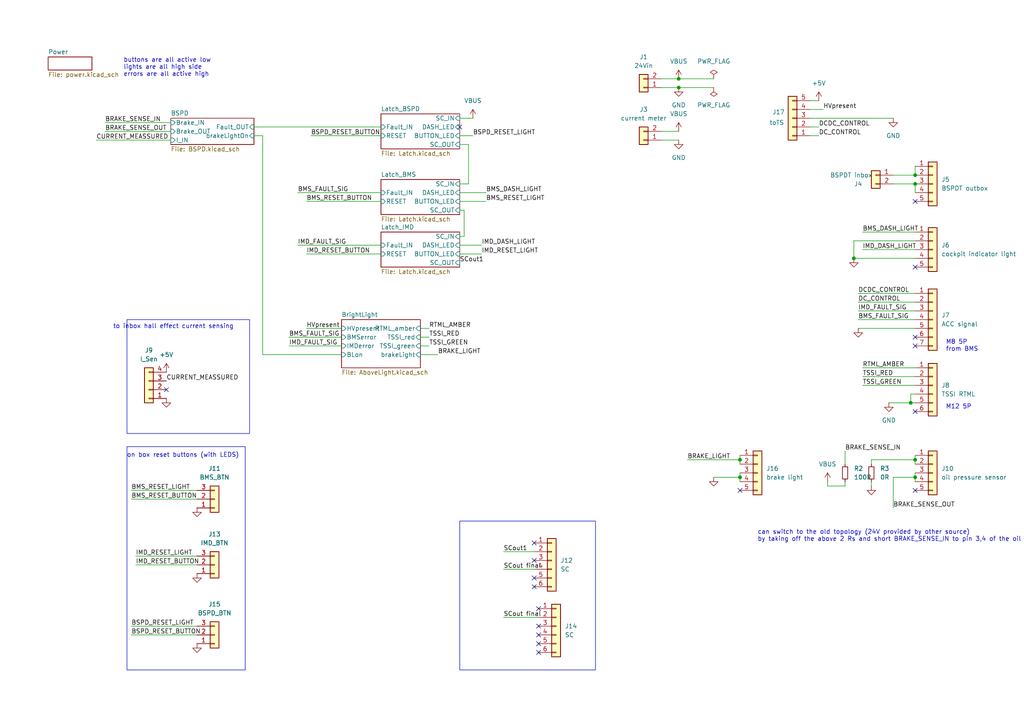
<source format=kicad_sch>
(kicad_sch (version 20231120) (generator "eeschema") (generator_version "8.0")
  (paper "A4")
  (title_block (title "HVB_LV1") (date "2024-10-25") (rev "1.0") (company "NTURacing") (comment 1 "Powertrain") (comment 2 "郭哲明 Jack Kuo"))
  (lib_symbols
    (symbol "Connector_Generic:Conn_01x02" (pin_names (offset 1.016) hide)
      (property "Reference" "J" (at 0 2.54 0))
      (property "Value" "Conn_01x02" (at 0 -5.08 0))
      (symbol "Conn_01x02_1_1"
        (rectangle (start -1.27 -2.413) (end 0 -2.667) (stroke (width 0.1524)))
        (rectangle (start -1.27 0.127) (end 0 -0.127) (stroke (width 0.1524)))
        (rectangle (start -1.27 1.27) (end 1.27 -3.81) (stroke (width 0.254)) (fill (type background)))
        (pin passive line (at -5.08 0 0) (length 3.81) (name "Pin_1") (number "1"))
        (pin passive line (at -5.08 -2.54 0) (length 3.81) (name "Pin_2") (number "2"))
      )
    )
    (symbol "Connector_Generic:Conn_01x03" (pin_names (offset 1.016) hide)
      (property "Reference" "J" (at 0 5.08 0))
      (property "Value" "Conn_01x03" (at 0 -5.08 0))
      (symbol "Conn_01x03_1_1"
        (rectangle (start -1.27 -2.413) (end 0 -2.667) (stroke (width 0.1524)))
        (rectangle (start -1.27 0.127) (end 0 -0.127) (stroke (width 0.1524)))
        (rectangle (start -1.27 2.667) (end 0 2.413) (stroke (width 0.1524)))
        (rectangle (start -1.27 3.81) (end 1.27 -3.81) (stroke (width 0.254)) (fill (type background)))
        (pin passive line (at -5.08 2.54 0) (length 3.81) (name "Pin_1") (number "1"))
        (pin passive line (at -5.08 0 0) (length 3.81) (name "Pin_2") (number "2"))
        (pin passive line (at -5.08 -2.54 0) (length 3.81) (name "Pin_3") (number "3"))
      )
    )
    (symbol "Connector_Generic:Conn_01x04" (pin_names (offset 1.016) hide)
      (property "Reference" "J" (at 0 5.08 0))
      (property "Value" "Conn_01x04" (at 0 -7.62 0))
      (symbol "Conn_01x04_1_1"
        (rectangle (start -1.27 -4.953) (end 0 -5.207) (stroke (width 0.1524)))
        (rectangle (start -1.27 -2.413) (end 0 -2.667) (stroke (width 0.1524)))
        (rectangle (start -1.27 0.127) (end 0 -0.127) (stroke (width 0.1524)))
        (rectangle (start -1.27 2.667) (end 0 2.413) (stroke (width 0.1524)))
        (rectangle (start -1.27 3.81) (end 1.27 -6.35) (stroke (width 0.254)) (fill (type background)))
        (pin passive line (at -5.08 2.54 0) (length 3.81) (name "Pin_1") (number "1"))
        (pin passive line (at -5.08 0 0) (length 3.81) (name "Pin_2") (number "2"))
        (pin passive line (at -5.08 -2.54 0) (length 3.81) (name "Pin_3") (number "3"))
        (pin passive line (at -5.08 -5.08 0) (length 3.81) (name "Pin_4") (number "4"))
      )
    )
    (symbol "Connector_Generic:Conn_01x05" (pin_names (offset 1.016) hide)
      (property "Reference" "J" (at 0 7.62 0))
      (property "Value" "Conn_01x05" (at 0 -7.62 0))
      (symbol "Conn_01x05_1_1"
        (rectangle (start -1.27 -4.953) (end 0 -5.207) (stroke (width 0.1524)))
        (rectangle (start -1.27 -2.413) (end 0 -2.667) (stroke (width 0.1524)))
        (rectangle (start -1.27 0.127) (end 0 -0.127) (stroke (width 0.1524)))
        (rectangle (start -1.27 2.667) (end 0 2.413) (stroke (width 0.1524)))
        (rectangle (start -1.27 5.207) (end 0 4.953) (stroke (width 0.1524)))
        (rectangle (start -1.27 6.35) (end 1.27 -6.35) (stroke (width 0.254)) (fill (type background)))
        (pin passive line (at -5.08 5.08 0) (length 3.81) (name "Pin_1") (number "1"))
        (pin passive line (at -5.08 2.54 0) (length 3.81) (name "Pin_2") (number "2"))
        (pin passive line (at -5.08 0 0) (length 3.81) (name "Pin_3") (number "3"))
        (pin passive line (at -5.08 -2.54 0) (length 3.81) (name "Pin_4") (number "4"))
        (pin passive line (at -5.08 -5.08 0) (length 3.81) (name "Pin_5") (number "5"))
      )
    )
    (symbol "Connector_Generic:Conn_01x06" (pin_names (offset 1.016) hide)
      (property "Reference" "J" (at 0 7.62 0))
      (property "Value" "Conn_01x06" (at 0 -10.16 0))
      (symbol "Conn_01x06_1_1"
        (rectangle (start -1.27 -7.493) (end 0 -7.747) (stroke (width 0.1524)))
        (rectangle (start -1.27 -4.953) (end 0 -5.207) (stroke (width 0.1524)))
        (rectangle (start -1.27 -2.413) (end 0 -2.667) (stroke (width 0.1524)))
        (rectangle (start -1.27 0.127) (end 0 -0.127) (stroke (width 0.1524)))
        (rectangle (start -1.27 2.667) (end 0 2.413) (stroke (width 0.1524)))
        (rectangle (start -1.27 5.207) (end 0 4.953) (stroke (width 0.1524)))
        (rectangle (start -1.27 6.35) (end 1.27 -8.89) (stroke (width 0.254)) (fill (type background)))
        (pin passive line (at -5.08 5.08 0) (length 3.81) (name "Pin_1") (number "1"))
        (pin passive line (at -5.08 2.54 0) (length 3.81) (name "Pin_2") (number "2"))
        (pin passive line (at -5.08 0 0) (length 3.81) (name "Pin_3") (number "3"))
        (pin passive line (at -5.08 -2.54 0) (length 3.81) (name "Pin_4") (number "4"))
        (pin passive line (at -5.08 -5.08 0) (length 3.81) (name "Pin_5") (number "5"))
        (pin passive line (at -5.08 -7.62 0) (length 3.81) (name "Pin_6") (number "6"))
      )
    )
    (symbol "Connector_Generic:Conn_01x07" (pin_names (offset 1.016) hide)
      (property "Reference" "J" (at 0 10.16 0))
      (property "Value" "Conn_01x07" (at 0 -10.16 0))
      (symbol "Conn_01x07_1_1"
        (rectangle (start -1.27 -7.493) (end 0 -7.747) (stroke (width 0.1524)))
        (rectangle (start -1.27 -4.953) (end 0 -5.207) (stroke (width 0.1524)))
        (rectangle (start -1.27 -2.413) (end 0 -2.667) (stroke (width 0.1524)))
        (rectangle (start -1.27 0.127) (end 0 -0.127) (stroke (width 0.1524)))
        (rectangle (start -1.27 2.667) (end 0 2.413) (stroke (width 0.1524)))
        (rectangle (start -1.27 5.207) (end 0 4.953) (stroke (width 0.1524)))
        (rectangle (start -1.27 7.747) (end 0 7.493) (stroke (width 0.1524)))
        (rectangle (start -1.27 8.89) (end 1.27 -8.89) (stroke (width 0.254)) (fill (type background)))
        (pin passive line (at -5.08 7.62 0) (length 3.81) (name "Pin_1") (number "1"))
        (pin passive line (at -5.08 5.08 0) (length 3.81) (name "Pin_2") (number "2"))
        (pin passive line (at -5.08 2.54 0) (length 3.81) (name "Pin_3") (number "3"))
        (pin passive line (at -5.08 0 0) (length 3.81) (name "Pin_4") (number "4"))
        (pin passive line (at -5.08 -2.54 0) (length 3.81) (name "Pin_5") (number "5"))
        (pin passive line (at -5.08 -5.08 0) (length 3.81) (name "Pin_6") (number "6"))
        (pin passive line (at -5.08 -7.62 0) (length 3.81) (name "Pin_7") (number "7"))
      )
    )
    (symbol "Device:R_Small" (pin_numbers hide) (pin_names (offset 0.254) hide)
      (property "Reference" "R" (at 0.762 0.508 0))
      (property "Value" "R_Small" (at 0.762 -1.016 0))
      (symbol "R_Small_0_1"
        (rectangle (start -0.762 1.778) (end 0.762 -1.778) (stroke (width 0.2032)))
      )
      (symbol "R_Small_1_1"
        (pin passive line (at 0 2.54 270) (length 0.762) (name "~") (number "1"))
        (pin passive line (at 0 -2.54 90) (length 0.762) (name "~") (number "2"))
      )
    )
    (symbol "PCM_4ms_Connector:Conn_01x06" (pin_names (offset 1.016) hide)
      (property "Reference" "J" (at 0 7.62 0))
      (property "Value" "Conn_01x06" (at 0 -10.16 0))
      (symbol "Conn_01x06_1_1"
        (rectangle (start -1.27 -7.493) (end 0 -7.747) (stroke (width 0.1524)))
        (rectangle (start -1.27 -4.953) (end 0 -5.207) (stroke (width 0.1524)))
        (rectangle (start -1.27 -2.413) (end 0 -2.667) (stroke (width 0.1524)))
        (rectangle (start -1.27 0.127) (end 0 -0.127) (stroke (width 0.1524)))
        (rectangle (start -1.27 2.667) (end 0 2.413) (stroke (width 0.1524)))
        (rectangle (start -1.27 5.207) (end 0 4.953) (stroke (width 0.1524)))
        (rectangle (start -1.27 6.35) (end 1.27 -8.89) (stroke (width 0.254)) (fill (type background)))
        (pin passive line (at -5.08 5.08 0) (length 3.81) (name "Pin_1") (number "1"))
        (pin passive line (at -5.08 2.54 0) (length 3.81) (name "Pin_2") (number "2"))
        (pin passive line (at -5.08 0 0) (length 3.81) (name "Pin_3") (number "3"))
        (pin passive line (at -5.08 -2.54 0) (length 3.81) (name "Pin_4") (number "4"))
        (pin passive line (at -5.08 -5.08 0) (length 3.81) (name "Pin_5") (number "5"))
        (pin passive line (at -5.08 -7.62 0) (length 3.81) (name "Pin_6") (number "6"))
      )
    )
    (symbol "power:+5V" (power) (pin_numbers hide) (pin_names (offset 0) hide)
      (property "Value" "+5V" (at 0 3.556 0))
      (symbol "+5V_0_1"
        (polyline (pts (xy -0.762 1.27) (xy 0 2.54)))
        (polyline (pts (xy 0 0) (xy 0 2.54)))
        (polyline (pts (xy 0 2.54) (xy 0.762 1.27)))
      )
      (symbol "+5V_1_1"
        (pin power_in line (at 0 0 90) (length 0) (name "~") (number "1"))
      )
    )
    (symbol "power:GND" (power) (pin_numbers hide) (pin_names (offset 0) hide)
      (property "Value" "GND" (at 0 -3.81 0))
      (symbol "GND_0_1"
        (polyline (pts (xy 0 0) (xy 0 -1.27) (xy 1.27 -1.27) (xy 0 -2.54) (xy -1.27 -1.27) (xy 0 -1.27)))
      )
      (symbol "GND_1_1"
        (pin power_in line (at 0 0 270) (length 0) (name "~") (number "1"))
      )
    )
    (symbol "power:PWR_FLAG" (power) (pin_numbers hide) (pin_names (offset 0) hide)
      (property "Value" "PWR_FLAG" (at 0 3.81 0))
      (symbol "PWR_FLAG_0_0"
        (pin power_out line (at 0 0 90) (length 0) (name "~") (number "1"))
      )
      (symbol "PWR_FLAG_0_1"
        (polyline (pts (xy 0 0) (xy 0 1.27) (xy -1.016 1.905) (xy 0 2.54) (xy 1.016 1.905) (xy 0 1.27)))
      )
    )
    (symbol "power:VBUS" (power) (pin_numbers hide) (pin_names (offset 0) hide)
      (property "Value" "VBUS" (at 0 3.556 0))
      (symbol "VBUS_0_1"
        (polyline (pts (xy -0.762 1.27) (xy 0 2.54)))
        (polyline (pts (xy 0 0) (xy 0 2.54)))
        (polyline (pts (xy 0 2.54) (xy 0.762 1.27)))
      )
      (symbol "VBUS_1_1"
        (pin power_in line (at 0 0 90) (length 0) (name "~") (number "1"))
      )
    )
  )
  (junction (at 196.85 22.86))
  (junction (at 265.43 50.8))
  (junction (at 265.43 138.43))
  (junction (at 247.65 74.93))
  (junction (at 196.85 25.4))
  (junction (at 214.63 138.43))
  (junction (at 265.43 53.34))
  (junction (at 264.16 116.84))
  (junction (at 265.43 133.35))
  (junction (at 214.63 133.35))
  (no_connect (at 154.94 162.56))
  (no_connect (at 214.63 142.24))
  (no_connect (at 265.43 119.38))
  (no_connect (at 156.21 189.23))
  (no_connect (at 48.26 113.03))
  (no_connect (at 265.43 97.79))
  (no_connect (at 265.43 58.42))
  (no_connect (at 154.94 170.18))
  (no_connect (at 154.94 167.64))
  (no_connect (at 156.21 181.61))
  (no_connect (at 154.94 157.48))
  (no_connect (at 156.21 184.15))
  (no_connect (at 265.43 142.24))
  (no_connect (at 133.35 36.83))
  (no_connect (at 265.43 77.47))
  (no_connect (at 156.21 186.69))
  (no_connect (at 265.43 100.33))
  (no_connect (at 156.21 176.53))
  (wire (pts (xy 137.16 39.37) (xy 133.35 39.37)))
  (wire (pts (xy 137.16 34.29) (xy 133.35 34.29)))
  (wire (pts (xy 86.36 55.88) (xy 110.49 55.88)))
  (wire (pts (xy 76.2 39.37) (xy 73.66 39.37)))
  (wire (pts (xy 248.92 85.09) (xy 265.43 85.09)))
  (wire (pts (xy 133.35 41.91) (xy 135.89 41.91)))
  (wire (pts (xy 124.46 97.79) (xy 121.92 97.79)))
  (wire (pts (xy 250.19 111.76) (xy 265.43 111.76)))
  (wire (pts (xy 264.16 116.84) (xy 265.43 116.84)))
  (wire (pts (xy 38.1 144.78) (xy 57.15 144.78)))
  (wire (pts (xy 199.39 133.35) (xy 214.63 133.35)))
  (wire (pts (xy 259.08 147.32) (xy 259.08 138.43)))
  (wire (pts (xy 127 102.87) (xy 121.92 102.87)))
  (wire (pts (xy 214.63 132.08) (xy 214.63 133.35)))
  (wire (pts (xy 259.08 138.43) (xy 265.43 138.43)))
  (wire (pts (xy 88.9 58.42) (xy 110.49 58.42)))
  (wire (pts (xy 38.1 181.61) (xy 57.15 181.61)))
  (wire (pts (xy 139.7 71.12) (xy 133.35 71.12)))
  (wire (pts (xy 265.43 132.08) (xy 265.43 133.35)))
  (wire (pts (xy 207.01 138.43) (xy 214.63 138.43)))
  (wire (pts (xy 30.48 35.56) (xy 49.53 35.56)))
  (wire (pts (xy 139.7 73.66) (xy 133.35 73.66)))
  (wire (pts (xy 83.82 97.79) (xy 99.06 97.79)))
  (wire (pts (xy 240.03 140.97) (xy 240.03 139.7)))
  (wire (pts (xy 124.46 95.25) (xy 121.92 95.25)))
  (wire (pts (xy 259.08 34.29) (xy 234.95 34.29)))
  (wire (pts (xy 196.85 25.4) (xy 207.01 25.4)))
  (wire (pts (xy 265.43 138.43) (xy 265.43 139.7)))
  (wire (pts (xy 248.92 90.17) (xy 265.43 90.17)))
  (wire (pts (xy 196.85 25.4) (xy 191.77 25.4)))
  (wire (pts (xy 134.62 68.58) (xy 133.35 68.58)))
  (wire (pts (xy 83.82 100.33) (xy 99.06 100.33)))
  (wire (pts (xy 134.62 60.96) (xy 134.62 68.58)))
  (wire (pts (xy 196.85 38.1) (xy 191.77 38.1)))
  (wire (pts (xy 247.65 69.85) (xy 247.65 74.93)))
  (wire (pts (xy 240.03 140.97) (xy 245.11 140.97)))
  (wire (pts (xy 214.63 133.35) (xy 214.63 134.62)))
  (wire (pts (xy 248.92 95.25) (xy 265.43 95.25)))
  (wire (pts (xy 259.08 50.8) (xy 265.43 50.8)))
  (wire (pts (xy 133.35 55.88) (xy 140.97 55.88)))
  (wire (pts (xy 133.35 58.42) (xy 140.97 58.42)))
  (wire (pts (xy 265.43 53.34) (xy 265.43 55.88)))
  (wire (pts (xy 135.89 41.91) (xy 135.89 53.34)))
  (wire (pts (xy 265.43 48.26) (xy 265.43 50.8)))
  (wire (pts (xy 265.43 114.3) (xy 264.16 114.3)))
  (wire (pts (xy 88.9 95.25) (xy 99.06 95.25)))
  (wire (pts (xy 191.77 22.86) (xy 196.85 22.86)))
  (wire (pts (xy 38.1 184.15) (xy 57.15 184.15)))
  (wire (pts (xy 124.46 100.33) (xy 121.92 100.33)))
  (wire (pts (xy 146.05 165.1) (xy 154.94 165.1)))
  (wire (pts (xy 237.49 39.37) (xy 234.95 39.37)))
  (wire (pts (xy 257.81 116.84) (xy 264.16 116.84)))
  (wire (pts (xy 252.73 140.97) (xy 252.73 139.7)))
  (wire (pts (xy 247.65 74.93) (xy 265.43 74.93)))
  (wire (pts (xy 250.19 67.31) (xy 265.43 67.31)))
  (wire (pts (xy 252.73 133.35) (xy 265.43 133.35)))
  (wire (pts (xy 248.92 87.63) (xy 265.43 87.63)))
  (wire (pts (xy 135.89 53.34) (xy 133.35 53.34)))
  (wire (pts (xy 196.85 22.86) (xy 207.01 22.86)))
  (wire (pts (xy 265.43 133.35) (xy 265.43 134.62)))
  (wire (pts (xy 88.9 73.66) (xy 110.49 73.66)))
  (wire (pts (xy 248.92 92.71) (xy 265.43 92.71)))
  (wire (pts (xy 259.08 53.34) (xy 265.43 53.34)))
  (wire (pts (xy 90.17 39.37) (xy 110.49 39.37)))
  (wire (pts (xy 73.66 36.83) (xy 110.49 36.83)))
  (wire (pts (xy 146.05 179.07) (xy 156.21 179.07)))
  (wire (pts (xy 133.35 60.96) (xy 134.62 60.96)))
  (wire (pts (xy 247.65 69.85) (xy 265.43 69.85)))
  (wire (pts (xy 250.19 72.39) (xy 265.43 72.39)))
  (wire (pts (xy 252.73 133.35) (xy 252.73 134.62)))
  (wire (pts (xy 76.2 39.37) (xy 76.2 102.87)))
  (wire (pts (xy 38.1 142.24) (xy 57.15 142.24)))
  (wire (pts (xy 250.19 109.22) (xy 265.43 109.22)))
  (wire (pts (xy 76.2 102.87) (xy 99.06 102.87)))
  (wire (pts (xy 265.43 137.16) (xy 265.43 138.43)))
  (wire (pts (xy 214.63 138.43) (xy 214.63 139.7)))
  (wire (pts (xy 39.37 163.83) (xy 57.15 163.83)))
  (wire (pts (xy 214.63 137.16) (xy 214.63 138.43)))
  (wire (pts (xy 237.49 36.83) (xy 234.95 36.83)))
  (wire (pts (xy 245.11 140.97) (xy 245.11 139.7)))
  (wire (pts (xy 250.19 106.68) (xy 265.43 106.68)))
  (wire (pts (xy 237.49 29.21) (xy 234.95 29.21)))
  (wire (pts (xy 196.85 40.64) (xy 191.77 40.64)))
  (wire (pts (xy 264.16 114.3) (xy 264.16 116.84)))
  (wire (pts (xy 30.48 38.1) (xy 49.53 38.1)))
  (wire (pts (xy 27.94 40.64) (xy 49.53 40.64)))
  (wire (pts (xy 146.05 160.02) (xy 154.94 160.02)))
  (wire (pts (xy 238.76 31.75) (xy 234.95 31.75)))
  (wire (pts (xy 245.11 130.81) (xy 245.11 134.62)))
  (wire (pts (xy 39.37 161.29) (xy 57.15 161.29)))
  (wire (pts (xy 86.36 71.12) (xy 110.49 71.12)))
  (rectangle (start 36.83 129.54) (end 71.12 194.31))
  (rectangle (start 36.83 92.71) (end 72.39 125.73))
  (rectangle (start 133.35 151.13) (end 172.72 194.31))
  (text "M12 5P" (at 278.0588 118.0489 0) (effects (font (size 1.27 1.27))))
  (text "buttons are all active low\nlights are all high side\nerrors are all active high" (at 35.814 16.764 0) (effects (font (size 1.27 1.27)) (justify left top)))
  (text "to inbox hall effect current sensing" (at 50.292 94.742 0) (effects (font (size 1.27 1.27))))
  (text "can switch to the old topology (24V provided by other source)\nby taking off the above 2 Rs and short BRAKE_SENSE_IN to pin 3,4 of the oil pressure" (at 219.71 153.67 0) (effects (font (size 1.27 1.27)) (justify left top)))
  (text "on box reset buttons (with LEDS)" (at 53.086 132.08 0) (effects (font (size 1.27 1.27))))
  (text "M8 5P\nfrom BMS" (at 274.32 98.552 0) (effects (font (size 1.27 1.27)) (justify left top)))
  (label "DCDC_CONTROL" (at 237.49 36.83 0))
  (label "BMS_RESET_LIGHT" (at 140.97 58.42 0))
  (label "TSSI_GREEN" (at 250.19 111.76 0))
  (label "BMS_RESET_BUTTON" (at 38.1 144.78 0))
  (label "IMD_RESET_BUTTON" (at 88.9 73.66 0))
  (label "BRAKE_LIGHT" (at 127 102.87 0))
  (label "BSPD_RESET_LIGHT" (at 38.1 181.61 0))
  (label "BMS_FAULT_SIG" (at 83.82 97.79 0))
  (label "DCDC_CONTROL" (at 248.92 85.09 0))
  (label "BMS_FAULT_SIG" (at 248.92 92.71 0))
  (label "IMD_DASH_LIGHT" (at 139.7 71.12 0))
  (label "BSPD_RESET_BUTTON" (at 38.1 184.15 0))
  (label "HVpresent" (at 238.76 31.75 0))
  (label "TSSI_RED" (at 124.46 97.79 0))
  (label "SCout final" (at 146.05 179.07 0))
  (label "SCout final" (at 146.05 165.1 0))
  (label "BSPD_RESET_BUTTON" (at 90.17 39.37 0))
  (label "DC_CONTROL" (at 248.92 87.63 0))
  (label "SCout1" (at 146.05 160.02 0))
  (label "BRAKE_SENSE_OUT" (at 259.08 147.32 0))
  (label "IMD_FAULT_SIG" (at 248.92 90.17 0))
  (label "BMS_FAULT_SIG" (at 86.36 55.88 0))
  (label "IMD_RESET_BUTTON" (at 39.37 163.83 0))
  (label "BRAKE_SENSE_IN" (at 30.48 35.56 0))
  (label "IMD_RESET_LIGHT" (at 39.37 161.29 0))
  (label "TSSI_RED" (at 250.19 109.22 0))
  (label "CURRENT_MEASSURED" (at 27.94 40.64 0))
  (label "IMD_FAULT_SIG" (at 83.82 100.33 0))
  (label "CURRENT_MEASSURED" (at 48.26 110.49 0))
  (label "SCout1" (at 133.35 76.2 0))
  (label "BSPD_RESET_LIGHT" (at 137.16 39.37 0))
  (label "BRAKE_SENSE_IN" (at 245.11 130.81 0))
  (label "BMS_RESET_BUTTON" (at 88.9 58.42 0))
  (label "BRAKE_LIGHT" (at 199.39 133.35 0))
  (label "BMS_DASH_LIGHT" (at 250.19 67.31 0))
  (label "BRAKE_SENSE_OUT" (at 30.48 38.1 0))
  (label "BMS_DASH_LIGHT" (at 140.97 55.88 0))
  (label "IMD_FAULT_SIG" (at 86.36 71.12 0))
  (label "TSSI_GREEN" (at 124.46 100.33 0))
  (label "RTML_AMBER" (at 250.19 106.68 0))
  (label "IMD_RESET_LIGHT" (at 139.7 73.66 0))
  (label "RTML_AMBER" (at 124.46 95.25 0))
  (label "HVpresent" (at 88.9 95.25 0))
  (label "IMD_DASH_LIGHT" (at 250.19 72.39 0))
  (label "BMS_RESET_LIGHT" (at 38.1 142.24 0))
  (label "DC_CONTROL" (at 237.49 39.37 0))
  (symbol (lib_id "Connector_Generic:Conn_01x07") (at 270.51 92.71 0) (unit 1)
    (property "Reference" "J7" (at 273.05 91.44 0) (effects (justify left)))
    (property "Value" "ACC signal" (at 273.05 93.98 0) (effects (justify left)))
    (property "Footprint" "nturt_kicad_lib_EP6:WP-06F3-09-11" (effects (hide yes)))
    (property "Description" "Generic connector, single row, 01x07, script generated (kicad-library-utils/schlib/autogen/connector/)" (effects (hide yes)))
    (property "Specifications" "HEADER 1x6 MALE PINS 0.100” 180deg" (effects (hide yes)))
    (property "Manufacturer" "TAD" (effects (hide yes)))
    (property "Part Number" "1-0601FBV0T" (effects (hide yes)))
  )
  (symbol (lib_id "power:VBUS") (at 240.03 139.7 0) (unit 1)
    (property "Reference" "#PWR014" (effects (hide yes)))
    (property "Value" "VBUS" (at 240.03 134.62 0))
    (property "Description" "Power symbol creates a global label with name \"VBUS\"" (effects (hide yes)))
  )
  (symbol (lib_id "Connector_Generic:Conn_01x04") (at 43.18 113.03 180) (unit 1)
    (property "Reference" "J9" (at 43.18 101.6 0))
    (property "Value" "I_Sen" (at 43.18 104.14 0))
    (property "Footprint" "Connector_JST:JST_XH_B4B-XH-A_1x04_P2.50mm_Vertical" (effects (hide yes)))
    (property "Description" "Generic connector, single row, 01x04, script generated (kicad-library-utils/schlib/autogen/connector/)" (effects (hide yes)))
  )
  (symbol (lib_id "Connector_Generic:Conn_01x03") (at 62.23 163.83 0) (mirror x) (unit 1)
    (property "Reference" "J13" (at 62.23 154.94 0))
    (property "Value" "IMD_BTN" (at 62.23 157.48 0))
    (property "Footprint" "Connector_JST:JST_XH_B3B-XH-A_1x03_P2.50mm_Vertical" (effects (hide yes)))
    (property "Description" "Generic connector, single row, 01x03, script generated (kicad-library-utils/schlib/autogen/connector/)" (effects (hide yes)))
  )
  (symbol (lib_id "Connector_Generic:Conn_01x03") (at 62.23 184.15 0) (mirror x) (unit 1)
    (property "Reference" "J15" (at 62.23 175.26 0))
    (property "Value" "BSPD_BTN" (at 62.23 177.8 0))
    (property "Footprint" "Connector_JST:JST_XH_B3B-XH-A_1x03_P2.50mm_Vertical" (effects (hide yes)))
    (property "Description" "Generic connector, single row, 01x03, script generated (kicad-library-utils/schlib/autogen/connector/)" (effects (hide yes)))
  )
  (symbol (lib_id "Connector_Generic:Conn_01x02") (at 186.69 25.4 180) (unit 1)
    (property "Reference" "J1" (at 186.69 16.51 0))
    (property "Value" "24Vin" (at 186.69 19.05 0))
    (property "Footprint" "Connector_JST:JST_VH_B2P-VH-B_1x02_P3.96mm_Vertical" (effects (hide yes)))
    (property "Description" "Generic connector, single row, 01x02, script generated (kicad-library-utils/schlib/autogen/connector/)" (effects (hide yes)))
  )
  (symbol (lib_id "Connector_Generic:Conn_01x05") (at 219.71 137.16 0) (unit 1)
    (property "Reference" "J16" (at 222.25 135.89 0) (effects (justify left)))
    (property "Value" "brake light" (at 222.25 138.43 0) (effects (justify left)))
    (property "Footprint" "nturt_kicad_lib_EP6:WP-04F3-26-11" (effects (hide yes)))
    (property "Description" "Generic connector, single row, 01x05, script generated (kicad-library-utils/schlib/autogen/connector/)" (effects (hide yes)))
  )
  (symbol (lib_id "power:VBUS") (at 137.16 34.29 0) (unit 1)
    (property "Reference" "#PWR02" (effects (hide yes)))
    (property "Value" "VBUS" (at 137.16 29.21 0))
    (property "Description" "Power symbol creates a global label with name \"VBUS\"" (effects (hide yes)))
  )
  (symbol (lib_id "power:GND") (at 196.85 40.64 0) (unit 1)
    (property "Reference" "#PWR08" (effects (hide yes)))
    (property "Value" "GND" (at 196.85 45.72 0))
    (property "Description" "Power symbol creates a global label with name \"GND\" , ground" (effects (hide yes)))
  )
  (symbol (lib_id "Device:R_Small") (at 252.73 137.16 0) (unit 1)
    (property "Reference" "R3" (at 255.27 135.89 0) (effects (justify left)))
    (property "Value" "0R" (at 255.27 138.43 0) (effects (justify left)))
    (property "Footprint" "Resistor_SMD:R_0603_1608Metric" (effects (hide yes)))
    (property "Description" "Resistor, small symbol" (effects (hide yes)))
  )
  (symbol (lib_id "power:VBUS") (at 196.85 22.86 0) (unit 1)
    (property "Reference" "#PWR01" (effects (hide yes)))
    (property "Value" "VBUS" (at 196.85 17.78 0))
    (property "Description" "Power symbol creates a global label with name \"VBUS\"" (effects (hide yes)))
  )
  (symbol (lib_id "power:PWR_FLAG") (at 207.01 22.86 0) (unit 1)
    (property "Reference" "#FLG01" (effects (hide yes)))
    (property "Value" "PWR_FLAG" (at 207.01 17.78 0))
    (property "Description" "Special symbol for telling ERC where power comes from" (effects (hide yes)))
  )
  (symbol (lib_id "power:GND") (at 48.26 115.57 0) (unit 1)
    (property "Reference" "#PWR012" (effects (hide yes)))
    (property "Value" "GND" (effects (hide yes)))
    (property "Description" "Power symbol creates a global label with name \"GND\" , ground" (effects (hide yes)))
  )
  (symbol (lib_id "Connector_Generic:Conn_01x03") (at 62.23 144.78 0) (mirror x) (unit 1)
    (property "Reference" "J11" (at 62.23 135.89 0))
    (property "Value" "BMS_BTN" (at 62.23 138.43 0))
    (property "Footprint" "Connector_JST:JST_XH_B3B-XH-A_1x03_P2.50mm_Vertical" (effects (hide yes)))
    (property "Description" "Generic connector, single row, 01x03, script generated (kicad-library-utils/schlib/autogen/connector/)" (effects (hide yes)))
  )
  (symbol (lib_id "power:+5V") (at 237.49 29.21 0) (unit 1)
    (property "Reference" "#PWR0156" (effects (hide yes)))
    (property "Value" "+5V" (at 237.49 24.13 0))
    (property "Description" "Power symbol creates a global label with name \"+5V\"" (effects (hide yes)))
  )
  (symbol (lib_id "Connector_Generic:Conn_01x05") (at 270.51 53.34 0) (unit 1)
    (property "Reference" "J5" (at 273.05 52.07 0) (effects (justify left)))
    (property "Value" "BSPDT outbox" (at 273.05 54.61 0) (effects (justify left)))
    (property "Footprint" "nturt_kicad_lib_EP6:WP-04F3-26-11" (effects (hide yes)))
    (property "Description" "Generic connector, single row, 01x05, script generated (kicad-library-utils/schlib/autogen/connector/)" (effects (hide yes)))
  )
  (symbol (lib_id "power:GND") (at 57.15 186.69 0) (unit 1)
    (property "Reference" "#PWR018" (effects (hide yes)))
    (property "Value" "GND" (effects (hide yes)))
    (property "Description" "Power symbol creates a global label with name \"GND\" , ground" (effects (hide yes)))
  )
  (symbol (lib_id "power:PWR_FLAG") (at 207.01 25.4 0) (mirror x) (unit 1)
    (property "Reference" "#FLG02" (effects (hide yes)))
    (property "Value" "PWR_FLAG" (at 207.01 30.48 0))
    (property "Description" "Special symbol for telling ERC where power comes from" (effects (hide yes)))
  )
  (symbol (lib_id "Connector_Generic:Conn_01x06") (at 160.02 162.56 0) (unit 1)
    (property "Reference" "J12" (at 162.56 162.56 0) (effects (justify left)))
    (property "Value" "SC" (at 162.56 165.1 0) (effects (justify left)))
    (property "Footprint" "nturt_kicad_lib_EP6:M12-5P-ground" (effects (hide yes)))
    (property "Description" "Generic connector, single row, 01x06, script generated (kicad-library-utils/schlib/autogen/connector/)" (effects (hide yes)))
    (property "Specifications" "HEADER 1x6 MALE PINS 0.100” 180deg" (effects (hide yes)))
    (property "Manufacturer" "TAD" (effects (hide yes)))
    (property "Part Number" "1-0601FBV0T" (effects (hide yes)))
  )
  (symbol (lib_id "Connector_Generic:Conn_01x05") (at 229.87 34.29 180) (unit 1)
    (property "Reference" "J17" (at 225.806 32.512 0))
    (property "Value" "toTS" (at 225.298 35.56 0))
    (property "Footprint" "Connector_JST:JST_XH_B5B-XH-A_1x05_P2.50mm_Vertical" (effects (hide yes)))
    (property "Description" "Generic connector, single row, 01x05, script generated (kicad-library-utils/schlib/autogen/connector/)" (effects (hide yes)))
  )
  (symbol (lib_id "power:GND") (at 257.81 116.84 0) (unit 1)
    (property "Reference" "#PWR013" (effects (hide yes)))
    (property "Value" "GND" (at 257.81 121.92 0))
    (property "Description" "Power symbol creates a global label with name \"GND\" , ground" (effects (hide yes)))
  )
  (symbol (lib_id "Connector_Generic:Conn_01x05") (at 270.51 137.16 0) (unit 1)
    (property "Reference" "J10" (at 273.05 135.89 0) (effects (justify left)))
    (property "Value" "oil pressure sensor" (at 273.05 138.43 0) (effects (justify left)))
    (property "Footprint" "nturt_kicad_lib_EP6:WP-04F3-26-11" (effects (hide yes)))
    (property "Description" "Generic connector, single row, 01x05, script generated (kicad-library-utils/schlib/autogen/connector/)" (effects (hide yes)))
  )
  (symbol (lib_id "power:+5V") (at 48.26 107.95 0) (unit 1)
    (property "Reference" "#PWR011" (effects (hide yes)))
    (property "Value" "+5V" (at 48.26 102.87 0))
    (property "Description" "Power symbol creates a global label with name \"+5V\"" (effects (hide yes)))
  )
  (symbol (lib_id "Connector_Generic:Conn_01x06") (at 161.29 181.61 0) (unit 1)
    (property "Reference" "J14" (at 163.83 181.61 0) (effects (justify left)))
    (property "Value" "SC" (at 163.83 184.15 0) (effects (justify left)))
    (property "Footprint" "nturt_kicad_lib_EP6:M12-5P-ground" (effects (hide yes)))
    (property "Description" "Generic connector, single row, 01x06, script generated (kicad-library-utils/schlib/autogen/connector/)" (effects (hide yes)))
    (property "Specifications" "HEADER 1x6 MALE PINS 0.100” 180deg" (effects (hide yes)))
    (property "Manufacturer" "TAD" (effects (hide yes)))
    (property "Part Number" "1-0601FBV0T" (effects (hide yes)))
  )
  (symbol (lib_id "power:GND") (at 252.73 140.97 0) (unit 1)
    (property "Reference" "#PWR015" (effects (hide yes)))
    (property "Value" "GND" (effects (hide yes)))
    (property "Description" "Power symbol creates a global label with name \"GND\" , ground" (effects (hide yes)))
  )
  (symbol (lib_id "Connector_Generic:Conn_01x02") (at 186.69 40.64 180) (unit 1)
    (property "Reference" "J3" (at 186.69 31.75 0))
    (property "Value" "current meter" (at 186.69 34.29 0))
    (property "Footprint" "Connector_JST:JST_VH_B2P-VH-B_1x02_P3.96mm_Vertical" (effects (hide yes)))
    (property "Description" "Generic connector, single row, 01x02, script generated (kicad-library-utils/schlib/autogen/connector/)" (effects (hide yes)))
  )
  (symbol (lib_id "power:GND") (at 207.01 138.43 0) (unit 1)
    (property "Reference" "#PWR0155" (effects (hide yes)))
    (property "Value" "GND" (effects (hide yes)))
    (property "Description" "Power symbol creates a global label with name \"GND\" , ground" (effects (hide yes)))
  )
  (symbol (lib_id "power:GND") (at 57.15 147.32 0) (unit 1)
    (property "Reference" "#PWR016" (effects (hide yes)))
    (property "Value" "GND" (effects (hide yes)))
    (property "Description" "Power symbol creates a global label with name \"GND\" , ground" (effects (hide yes)))
  )
  (symbol (lib_id "Connector_Generic:Conn_01x02") (at 254 50.8 0) (mirror y) (unit 1)
    (property "Reference" "J4" (at 248.92 53.34 0))
    (property "Value" "BSPDT inbox" (at 246.888 50.8 0))
    (property "Footprint" "Connector_JST:JST_XH_B2B-XH-A_1x02_P2.50mm_Vertical" (effects (hide yes)))
    (property "Description" "Generic connector, single row, 01x02, script generated (kicad-library-utils/schlib/autogen/connector/)" (effects (hide yes)))
  )
  (symbol (lib_id "power:GND") (at 57.15 166.37 0) (unit 1)
    (property "Reference" "#PWR017" (effects (hide yes)))
    (property "Value" "GND" (effects (hide yes)))
    (property "Description" "Power symbol creates a global label with name \"GND\" , ground" (effects (hide yes)))
  )
  (symbol (lib_id "power:GND") (at 196.85 25.4 0) (unit 1)
    (property "Reference" "#PWR03" (effects (hide yes)))
    (property "Value" "GND" (at 196.85 30.48 0))
    (property "Description" "Power symbol creates a global label with name \"GND\" , ground" (effects (hide yes)))
  )
  (symbol (lib_id "power:GND") (at 248.92 95.25 0) (unit 1)
    (property "Reference" "#PWR010" (effects (hide yes)))
    (property "Value" "GND" (effects (hide yes)))
    (property "Description" "Power symbol creates a global label with name \"GND\" , ground" (effects (hide yes)))
  )
  (symbol (lib_id "power:GND") (at 247.65 74.93 0) (unit 1)
    (property "Reference" "#PWR09" (effects (hide yes)))
    (property "Value" "GND" (effects (hide yes)))
    (property "Description" "Power symbol creates a global label with name \"GND\" , ground" (effects (hide yes)))
  )
  (symbol (lib_id "power:GND") (at 259.08 34.29 0) (unit 1)
    (property "Reference" "#PWR04" (effects (hide yes)))
    (property "Value" "GND" (at 259.08 39.37 0))
    (property "Description" "Power symbol creates a global label with name \"GND\" , ground" (effects (hide yes)))
  )
  (symbol (lib_id "PCM_4ms_Connector:Conn_01x06") (at 270.51 111.76 0) (unit 1)
    (property "Reference" "J8" (at 273.05 111.76 0) (effects (justify left)))
    (property "Value" "TSSI RTML" (at 273.05 114.3 0) (effects (justify left)))
    (property "Footprint" "nturt_kicad_lib_EP6:M12-5P-ground" (effects (hide yes)))
    (property "Description" "HEADER 1x6 MALE PINS 0.100” 180deg" (effects (hide yes)))
    (property "Specifications" "HEADER 1x6 MALE PINS 0.100” 180deg" (effects (hide yes)))
    (property "Manufacturer" "TAD" (effects (hide yes)))
    (property "Part Number" "1-0601FBV0T" (effects (hide yes)))
  )
  (symbol (lib_id "power:VBUS") (at 196.85 38.1 0) (unit 1)
    (property "Reference" "#PWR07" (effects (hide yes)))
    (property "Value" "VBUS" (at 196.85 33.02 0))
    (property "Description" "Power symbol creates a global label with name \"VBUS\"" (effects (hide yes)))
  )
  (symbol (lib_id "Device:R_Small") (at 245.11 137.16 0) (unit 1)
    (property "Reference" "R2" (at 247.65 135.89 0) (effects (justify left)))
    (property "Value" "100R" (at 247.65 138.43 0) (effects (justify left)))
    (property "Footprint" "Resistor_SMD:R_0603_1608Metric" (effects (hide yes)))
    (property "Description" "Resistor, small symbol" (effects (hide yes)))
  )
  (symbol (lib_id "Connector_Generic:Conn_01x05") (at 270.51 72.39 0) (unit 1)
    (property "Reference" "J6" (at 273.05 71.12 0) (effects (justify left)))
    (property "Value" "cockpit indicator light" (at 273.05 73.66 0) (effects (justify left)))
    (property "Footprint" "nturt_kicad_lib_EP6:WP-04F3-26-11" (effects (hide yes)))
    (property "Description" "Generic connector, single row, 01x05, script generated (kicad-library-utils/schlib/autogen/connector/)" (effects (hide yes)))
  )
  (sheet (at 99.06 92.71) (size 22.86 13.97) (stroke (width 0.1524))
    (property "Sheetname" "BrightLight" (at 99.06 91.9984 0) (effects (justify left bottom)))
    (property "Sheetfile" "AboveLight.kicad_sch" (at 99.06 107.2646 0) (effects (justify left top)))
    (pin "IMDerror" input (at 99.06 100.33 180))
    (pin "HVpresent" input (at 99.06 95.25 180))
    (pin "TSSI_red" input (at 121.92 97.79 0))
    (pin "RTML_amber" input (at 121.92 95.25 0))
    (pin "TSSI_green" input (at 121.92 100.33 0))
    (pin "BMSerror" input (at 99.06 97.79 180))
    (pin "brakeLight" input (at 121.92 102.87 0))
    (pin "BLon" input (at 99.06 102.87 180))
  )
  (sheet (at 49.53 34.29) (size 24.13 7.62) (stroke (width 0.1524))
    (property "Sheetname" "BSPD" (at 49.53 33.5784 0) (effects (justify left bottom)))
    (property "Sheetfile" "BSPD.kicad_sch" (at 49.53 42.4946 0) (effects (justify left top)))
    (pin "Brake_IN" input (at 49.53 35.56 180))
    (pin "Brake_OUT" input (at 49.53 38.1 180))
    (pin "I_IN" input (at 49.53 40.64 180))
    (pin "Fault_OUT" input (at 73.66 36.83 0))
    (pin "brakeLightOn" input (at 73.66 39.37 0))
  )
  (sheet (at 110.49 33.02) (size 22.86 10.16) (stroke (width 0.1524))
    (property "Sheetname" "Latch_BSPD" (at 110.49 32.3084 0) (effects (justify left bottom)))
    (property "Sheetfile" "Latch.kicad_sch" (at 110.49 43.7646 0) (effects (justify left top)))
    (pin "SC_IN" input (at 133.35 34.29 0))
    (pin "DASH_LED" input (at 133.35 36.83 0))
    (pin "BUTTON_LED" input (at 133.35 39.37 0))
    (pin "SC_OUT" input (at 133.35 41.91 0))
    (pin "Fault_IN" input (at 110.49 36.83 180))
    (pin "RESET" input (at 110.49 39.37 180))
  )
  (sheet (at 13.97 16.51) (size 12.7 3.81) (stroke (width 0.1524))
    (property "Sheetname" "Power" (at 13.97 15.7984 0) (effects (justify left bottom)))
    (property "Sheetfile" "power.kicad_sch" (at 13.97 20.9046 0) (effects (justify left top)))
  )
  (sheet (at 110.49 67.31) (size 22.86 10.16) (stroke (width 0.1524))
    (property "Sheetname" "Latch_IMD" (at 110.49 66.5984 0) (effects (justify left bottom)))
    (property "Sheetfile" "Latch.kicad_sch" (at 110.49 78.0546 0) (effects (justify left top)))
    (pin "SC_IN" input (at 133.35 68.58 0))
    (pin "DASH_LED" input (at 133.35 71.12 0))
    (pin "BUTTON_LED" input (at 133.35 73.66 0))
    (pin "SC_OUT" input (at 133.35 76.2 0))
    (pin "Fault_IN" input (at 110.49 71.12 180))
    (pin "RESET" input (at 110.49 73.66 180))
  )
  (sheet (at 110.49 52.07) (size 22.86 10.16) (stroke (width 0.1524))
    (property "Sheetname" "Latch_BMS" (at 110.49 51.3584 0) (effects (justify left bottom)))
    (property "Sheetfile" "Latch.kicad_sch" (at 110.49 62.8146 0) (effects (justify left top)))
    (pin "SC_IN" input (at 133.35 53.34 0))
    (pin "DASH_LED" input (at 133.35 55.88 0))
    (pin "BUTTON_LED" input (at 133.35 58.42 0))
    (pin "SC_OUT" input (at 133.35 60.96 0))
    (pin "Fault_IN" input (at 110.49 55.88 180))
    (pin "RESET" input (at 110.49 58.42 180))
  )
)
</source>
